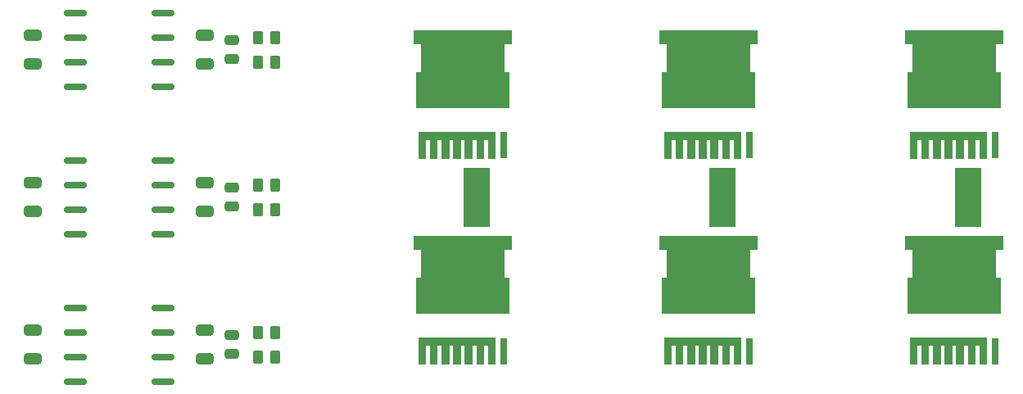
<source format=gbr>
%TF.GenerationSoftware,KiCad,Pcbnew,(7.0.0-0)*%
%TF.CreationDate,2023-06-28T09:11:27-07:00*%
%TF.ProjectId,Power Stage,506f7765-7220-4537-9461-67652e6b6963,rev?*%
%TF.SameCoordinates,Original*%
%TF.FileFunction,Soldermask,Bot*%
%TF.FilePolarity,Negative*%
%FSLAX46Y46*%
G04 Gerber Fmt 4.6, Leading zero omitted, Abs format (unit mm)*
G04 Created by KiCad (PCBNEW (7.0.0-0)) date 2023-06-28 09:11:27*
%MOMM*%
%LPD*%
G01*
G04 APERTURE LIST*
G04 Aperture macros list*
%AMRoundRect*
0 Rectangle with rounded corners*
0 $1 Rounding radius*
0 $2 $3 $4 $5 $6 $7 $8 $9 X,Y pos of 4 corners*
0 Add a 4 corners polygon primitive as box body*
4,1,4,$2,$3,$4,$5,$6,$7,$8,$9,$2,$3,0*
0 Add four circle primitives for the rounded corners*
1,1,$1+$1,$2,$3*
1,1,$1+$1,$4,$5*
1,1,$1+$1,$6,$7*
1,1,$1+$1,$8,$9*
0 Add four rect primitives between the rounded corners*
20,1,$1+$1,$2,$3,$4,$5,0*
20,1,$1+$1,$4,$5,$6,$7,0*
20,1,$1+$1,$6,$7,$8,$9,0*
20,1,$1+$1,$8,$9,$2,$3,0*%
%AMFreePoly0*
4,1,13,2.850000,-5.050000,1.450000,-5.050000,1.450000,-4.350000,-1.450000,-4.350000,-1.450000,-4.850000,-5.150000,-4.850000,-5.150000,4.850000,-1.450000,4.850000,-1.450000,4.350000,1.450000,4.350000,1.450000,5.050000,2.850000,5.050000,2.850000,-5.050000,2.850000,-5.050000,$1*%
%AMFreePoly1*
4,1,30,0.400000,-4.000000,-0.400000,-4.000000,-2.400000,-4.000000,-2.400000,-3.200000,-0.400000,-3.200000,-0.400000,-2.800000,-2.400000,-2.800000,-2.400000,-2.000000,-0.400000,-2.000000,-0.400000,-1.600000,-2.400000,-1.600000,-2.400000,-0.800000,-0.400000,-0.800000,-0.400000,-0.400000,-2.400000,-0.400000,-2.400000,0.400000,-0.400000,0.400000,-0.400000,0.800000,-2.400000,0.800000,-2.400000,1.600000,
-0.400000,1.600000,-0.400000,2.000000,-2.400000,2.000000,-2.400000,2.800000,-0.400000,2.800000,-0.400000,3.200000,-2.400000,3.200000,-2.400000,4.000000,0.400000,4.000000,0.400000,-4.000000,0.400000,-4.000000,$1*%
G04 Aperture macros list end*
%ADD10FreePoly0,90.000000*%
%ADD11FreePoly1,90.000000*%
%ADD12R,0.800000X2.800000*%
%ADD13RoundRect,0.162500X1.012500X0.162500X-1.012500X0.162500X-1.012500X-0.162500X1.012500X-0.162500X0*%
%ADD14RoundRect,0.250000X0.262500X0.450000X-0.262500X0.450000X-0.262500X-0.450000X0.262500X-0.450000X0*%
%ADD15R,2.700000X6.200000*%
%ADD16RoundRect,0.250000X-0.650000X0.325000X-0.650000X-0.325000X0.650000X-0.325000X0.650000X0.325000X0*%
%ADD17RoundRect,0.250000X-0.475000X0.250000X-0.475000X-0.250000X0.475000X-0.250000X0.475000X0.250000X0*%
G04 APERTURE END LIST*
D10*
%TO.C,Q6*%
X228600000Y-108490000D03*
D11*
X228000000Y-116540000D03*
D12*
X232799999Y-117539999D03*
%TD*%
D10*
%TO.C,Q5*%
X228600000Y-87198000D03*
D11*
X228000000Y-95248000D03*
D12*
X232799999Y-96247999D03*
%TD*%
D10*
%TO.C,Q4*%
X203200000Y-108490000D03*
D11*
X202600000Y-116540000D03*
D12*
X207399999Y-117539999D03*
%TD*%
D10*
%TO.C,Q3*%
X203200000Y-87198000D03*
D11*
X202600000Y-95248000D03*
D12*
X207399999Y-96247999D03*
%TD*%
D10*
%TO.C,Q2*%
X177800000Y-108490000D03*
D11*
X177200000Y-116540000D03*
D12*
X181999999Y-117539999D03*
%TD*%
D10*
%TO.C,Q1*%
X177800000Y-87198000D03*
D11*
X177200000Y-95248000D03*
D12*
X181999999Y-96247999D03*
%TD*%
D13*
%TO.C,U9*%
X146765000Y-113030000D03*
X146765000Y-115570000D03*
X146765000Y-118110000D03*
X146765000Y-120650000D03*
X137715000Y-120650000D03*
X137715000Y-118110000D03*
X137715000Y-115570000D03*
X137715000Y-113030000D03*
%TD*%
%TO.C,U8*%
X137715000Y-97790000D03*
X137715000Y-100330000D03*
X137715000Y-102870000D03*
X137715000Y-105410000D03*
X146765000Y-105410000D03*
X146765000Y-102870000D03*
X146765000Y-100330000D03*
X146765000Y-97790000D03*
%TD*%
%TO.C,U7*%
X146765000Y-82550000D03*
X146765000Y-85090000D03*
X146765000Y-87630000D03*
X146765000Y-90170000D03*
X137715000Y-90170000D03*
X137715000Y-87630000D03*
X137715000Y-85090000D03*
X137715000Y-82550000D03*
%TD*%
D14*
%TO.C,R42*%
X158392500Y-118110000D03*
X156567500Y-118110000D03*
%TD*%
%TO.C,R41*%
X158392500Y-115570000D03*
X156567500Y-115570000D03*
%TD*%
%TO.C,R40*%
X158392500Y-102870000D03*
X156567500Y-102870000D03*
%TD*%
%TO.C,R39*%
X158392500Y-100330000D03*
X156567500Y-100330000D03*
%TD*%
%TO.C,R38*%
X158392500Y-87630000D03*
X156567500Y-87630000D03*
%TD*%
%TO.C,R37*%
X158392500Y-85090000D03*
X156567500Y-85090000D03*
%TD*%
D15*
%TO.C,R36*%
X230037999Y-101599999D03*
%TD*%
%TO.C,R35*%
X204637999Y-101599999D03*
%TD*%
%TO.C,R34*%
X179237999Y-101599999D03*
%TD*%
D16*
%TO.C,C39*%
X133350000Y-115365000D03*
X133350000Y-118315000D03*
%TD*%
%TO.C,C38*%
X133350000Y-100125000D03*
X133350000Y-103075000D03*
%TD*%
%TO.C,C37*%
X133350000Y-84885000D03*
X133350000Y-87835000D03*
%TD*%
%TO.C,C36*%
X151130000Y-115365000D03*
X151130000Y-118315000D03*
%TD*%
%TO.C,C35*%
X151130000Y-100125000D03*
X151130000Y-103075000D03*
%TD*%
%TO.C,C34*%
X151130000Y-84885000D03*
X151130000Y-87835000D03*
%TD*%
D17*
%TO.C,C33*%
X153924000Y-115890000D03*
X153924000Y-117790000D03*
%TD*%
%TO.C,C32*%
X153924000Y-100650000D03*
X153924000Y-102550000D03*
%TD*%
%TO.C,C31*%
X153924000Y-85410000D03*
X153924000Y-87310000D03*
%TD*%
M02*

</source>
